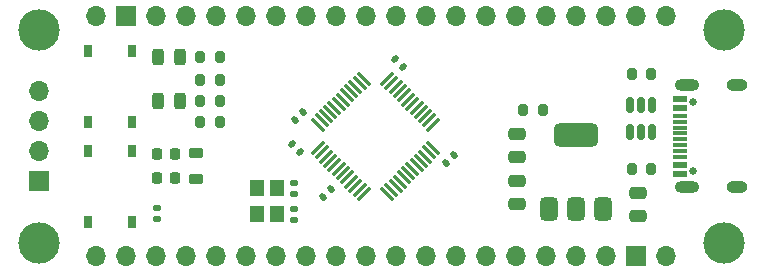
<source format=gbr>
%TF.GenerationSoftware,KiCad,Pcbnew,8.0.3*%
%TF.CreationDate,2024-06-30T21:57:39+02:00*%
%TF.ProjectId,black_pill,626c6163-6b5f-4706-996c-6c2e6b696361,rev?*%
%TF.SameCoordinates,Original*%
%TF.FileFunction,Soldermask,Top*%
%TF.FilePolarity,Negative*%
%FSLAX46Y46*%
G04 Gerber Fmt 4.6, Leading zero omitted, Abs format (unit mm)*
G04 Created by KiCad (PCBNEW 8.0.3) date 2024-06-30 21:57:39*
%MOMM*%
%LPD*%
G01*
G04 APERTURE LIST*
G04 Aperture macros list*
%AMRoundRect*
0 Rectangle with rounded corners*
0 $1 Rounding radius*
0 $2 $3 $4 $5 $6 $7 $8 $9 X,Y pos of 4 corners*
0 Add a 4 corners polygon primitive as box body*
4,1,4,$2,$3,$4,$5,$6,$7,$8,$9,$2,$3,0*
0 Add four circle primitives for the rounded corners*
1,1,$1+$1,$2,$3*
1,1,$1+$1,$4,$5*
1,1,$1+$1,$6,$7*
1,1,$1+$1,$8,$9*
0 Add four rect primitives between the rounded corners*
20,1,$1+$1,$2,$3,$4,$5,0*
20,1,$1+$1,$4,$5,$6,$7,0*
20,1,$1+$1,$6,$7,$8,$9,0*
20,1,$1+$1,$8,$9,$2,$3,0*%
G04 Aperture macros list end*
%ADD10RoundRect,0.140000X-0.219203X-0.021213X-0.021213X-0.219203X0.219203X0.021213X0.021213X0.219203X0*%
%ADD11RoundRect,0.075000X-0.415425X-0.521491X0.521491X0.415425X0.415425X0.521491X-0.521491X-0.415425X0*%
%ADD12RoundRect,0.075000X0.415425X-0.521491X0.521491X-0.415425X-0.415425X0.521491X-0.521491X0.415425X0*%
%ADD13RoundRect,0.140000X0.021213X-0.219203X0.219203X-0.021213X-0.021213X0.219203X-0.219203X0.021213X0*%
%ADD14C,0.650000*%
%ADD15R,1.240000X0.600000*%
%ADD16R,1.240000X0.300000*%
%ADD17O,2.100000X1.000000*%
%ADD18O,1.800000X1.000000*%
%ADD19C,3.500000*%
%ADD20RoundRect,0.200000X0.200000X0.275000X-0.200000X0.275000X-0.200000X-0.275000X0.200000X-0.275000X0*%
%ADD21R,0.750000X1.000000*%
%ADD22RoundRect,0.140000X0.219203X0.021213X0.021213X0.219203X-0.219203X-0.021213X-0.021213X-0.219203X0*%
%ADD23RoundRect,0.140000X-0.021213X0.219203X-0.219203X0.021213X0.021213X-0.219203X0.219203X-0.021213X0*%
%ADD24R,1.200000X1.400000*%
%ADD25RoundRect,0.140000X0.170000X-0.140000X0.170000X0.140000X-0.170000X0.140000X-0.170000X-0.140000X0*%
%ADD26RoundRect,0.225000X0.225000X0.250000X-0.225000X0.250000X-0.225000X-0.250000X0.225000X-0.250000X0*%
%ADD27RoundRect,0.140000X-0.170000X0.140000X-0.170000X-0.140000X0.170000X-0.140000X0.170000X0.140000X0*%
%ADD28RoundRect,0.243750X0.243750X0.456250X-0.243750X0.456250X-0.243750X-0.456250X0.243750X-0.456250X0*%
%ADD29RoundRect,0.250000X-0.475000X0.250000X-0.475000X-0.250000X0.475000X-0.250000X0.475000X0.250000X0*%
%ADD30RoundRect,0.218750X-0.381250X0.218750X-0.381250X-0.218750X0.381250X-0.218750X0.381250X0.218750X0*%
%ADD31O,1.700000X1.700000*%
%ADD32R,1.700000X1.700000*%
%ADD33RoundRect,0.200000X-0.200000X-0.275000X0.200000X-0.275000X0.200000X0.275000X-0.200000X0.275000X0*%
%ADD34RoundRect,0.375000X0.375000X-0.625000X0.375000X0.625000X-0.375000X0.625000X-0.375000X-0.625000X0*%
%ADD35RoundRect,0.500000X1.400000X-0.500000X1.400000X0.500000X-1.400000X0.500000X-1.400000X-0.500000X0*%
%ADD36RoundRect,0.150000X0.150000X-0.512500X0.150000X0.512500X-0.150000X0.512500X-0.150000X-0.512500X0*%
%ADD37RoundRect,0.250000X0.475000X-0.250000X0.475000X0.250000X-0.475000X0.250000X-0.475000X-0.250000X0*%
G04 APERTURE END LIST*
D10*
%TO.C,C4*%
X144160589Y-96410589D03*
X144839411Y-97089411D03*
%TD*%
D11*
%TO.C,U1*%
X137612124Y-103998788D03*
X137965678Y-104352342D03*
X138319231Y-104705895D03*
X138672785Y-105059449D03*
X139026338Y-105413002D03*
X139379891Y-105766555D03*
X139733445Y-106120109D03*
X140086998Y-106473662D03*
X140440551Y-106827215D03*
X140794105Y-107180769D03*
X141147658Y-107534322D03*
X141501212Y-107887876D03*
D12*
X143498788Y-107887876D03*
X143852342Y-107534322D03*
X144205895Y-107180769D03*
X144559449Y-106827215D03*
X144913002Y-106473662D03*
X145266555Y-106120109D03*
X145620109Y-105766555D03*
X145973662Y-105413002D03*
X146327215Y-105059449D03*
X146680769Y-104705895D03*
X147034322Y-104352342D03*
X147387876Y-103998788D03*
D11*
X147387876Y-102001212D03*
X147034322Y-101647658D03*
X146680769Y-101294105D03*
X146327215Y-100940551D03*
X145973662Y-100586998D03*
X145620109Y-100233445D03*
X145266555Y-99879891D03*
X144913002Y-99526338D03*
X144559449Y-99172785D03*
X144205895Y-98819231D03*
X143852342Y-98465678D03*
X143498788Y-98112124D03*
D12*
X141501212Y-98112124D03*
X141147658Y-98465678D03*
X140794105Y-98819231D03*
X140440551Y-99172785D03*
X140086998Y-99526338D03*
X139733445Y-99879891D03*
X139379891Y-100233445D03*
X139026338Y-100586998D03*
X138672785Y-100940551D03*
X138319231Y-101294105D03*
X137965678Y-101647658D03*
X137612124Y-102001212D03*
%TD*%
D13*
%TO.C,C5*%
X138060589Y-108139411D03*
X138739411Y-107460589D03*
%TD*%
D14*
%TO.C,J1*%
X169395000Y-105890000D03*
X169395000Y-100110000D03*
D15*
X168275000Y-106200000D03*
X168275000Y-105400000D03*
D16*
X168275000Y-104250000D03*
X168275000Y-103250000D03*
X168275000Y-102750000D03*
X168275000Y-101750000D03*
D15*
X168275000Y-100600000D03*
X168275000Y-99800000D03*
X168275000Y-99800000D03*
X168275000Y-100600000D03*
D16*
X168275000Y-101250000D03*
X168275000Y-102250000D03*
X168275000Y-103750000D03*
X168275000Y-104750000D03*
D15*
X168275000Y-105400000D03*
X168275000Y-106200000D03*
D17*
X168875000Y-107320000D03*
D18*
X173075000Y-107320000D03*
D17*
X168875000Y-98680000D03*
D18*
X173075000Y-98680000D03*
%TD*%
D19*
%TO.C,H1*%
X114000000Y-94000000D03*
%TD*%
D20*
%TO.C,R3*%
X129325000Y-96250000D03*
X127675000Y-96250000D03*
%TD*%
D19*
%TO.C,H4*%
X172000000Y-94000000D03*
%TD*%
D21*
%TO.C,SW1*%
X118125000Y-110250000D03*
X118125000Y-104250000D03*
X121875000Y-110250000D03*
X121875000Y-104250000D03*
%TD*%
D19*
%TO.C,H2*%
X114000000Y-112000000D03*
%TD*%
D22*
%TO.C,C2*%
X136089411Y-104339411D03*
X135410589Y-103660589D03*
%TD*%
D21*
%TO.C,SW2*%
X121875000Y-95750000D03*
X121875000Y-101750000D03*
X118125000Y-95750000D03*
X118125000Y-101750000D03*
%TD*%
D23*
%TO.C,C3*%
X149178822Y-104571178D03*
X148500000Y-105250000D03*
%TD*%
D24*
%TO.C,Y1*%
X132435000Y-107400000D03*
X132435000Y-109600000D03*
X134135000Y-109600000D03*
X134135000Y-107400000D03*
%TD*%
D25*
%TO.C,C9*%
X135585000Y-107880000D03*
X135585000Y-106920000D03*
%TD*%
D26*
%TO.C,C7*%
X125525000Y-104500000D03*
X123975000Y-104500000D03*
%TD*%
D27*
%TO.C,C10*%
X135585000Y-109120000D03*
X135585000Y-110080000D03*
%TD*%
D25*
%TO.C,C11*%
X124000000Y-109980000D03*
X124000000Y-109020000D03*
%TD*%
D26*
%TO.C,C8*%
X125550000Y-106500000D03*
X124000000Y-106500000D03*
%TD*%
D28*
%TO.C,D1*%
X125937500Y-96250000D03*
X124062500Y-96250000D03*
%TD*%
D29*
%TO.C,C12*%
X164750000Y-107800000D03*
X164750000Y-109700000D03*
%TD*%
D20*
%TO.C,R2*%
X165825000Y-105750000D03*
X164175000Y-105750000D03*
%TD*%
D30*
%TO.C,FB1*%
X127275000Y-104437500D03*
X127275000Y-106562500D03*
%TD*%
D20*
%TO.C,R1*%
X165825000Y-97750000D03*
X164175000Y-97750000D03*
%TD*%
D31*
%TO.C,J2*%
X118875000Y-92840000D03*
D32*
X121415000Y-92840000D03*
D31*
X123955000Y-92840000D03*
X126495000Y-92840000D03*
X129035000Y-92840000D03*
X131575000Y-92840000D03*
X134115000Y-92840000D03*
X136655000Y-92840000D03*
X139195000Y-92840000D03*
X141735000Y-92840000D03*
X144275000Y-92840000D03*
X146815000Y-92840000D03*
X149355000Y-92840000D03*
X151895000Y-92840000D03*
X154435000Y-92840000D03*
X156975000Y-92840000D03*
X159515000Y-92840000D03*
X162055000Y-92840000D03*
X164595000Y-92840000D03*
X167135000Y-92840000D03*
%TD*%
D33*
%TO.C,R4*%
X127675000Y-98250000D03*
X129325000Y-98250000D03*
%TD*%
D23*
%TO.C,C1*%
X136339411Y-100910589D03*
X135660589Y-101589411D03*
%TD*%
D20*
%TO.C,R5*%
X129331250Y-100000000D03*
X127681250Y-100000000D03*
%TD*%
%TO.C,R7*%
X156650000Y-100750000D03*
X155000000Y-100750000D03*
%TD*%
D31*
%TO.C,J3*%
X167135000Y-113160000D03*
D32*
X164595000Y-113160000D03*
D31*
X162055000Y-113160000D03*
X159515000Y-113160000D03*
X156975000Y-113160000D03*
X154435000Y-113160000D03*
X151895000Y-113160000D03*
X149355000Y-113160000D03*
X146815000Y-113160000D03*
X144275000Y-113160000D03*
X141735000Y-113160000D03*
X139195000Y-113160000D03*
X136655000Y-113160000D03*
X134115000Y-113160000D03*
X131575000Y-113160000D03*
X129035000Y-113160000D03*
X126495000Y-113160000D03*
X123955000Y-113160000D03*
X121415000Y-113160000D03*
X118875000Y-113160000D03*
%TD*%
D19*
%TO.C,H3*%
X172000000Y-112000000D03*
%TD*%
D34*
%TO.C,U2*%
X157200000Y-109150000D03*
X159500000Y-109150000D03*
D35*
X159500000Y-102850000D03*
D34*
X161800000Y-109150000D03*
%TD*%
D33*
%TO.C,R6*%
X127675000Y-101750000D03*
X129325000Y-101750000D03*
%TD*%
D36*
%TO.C,U3*%
X164050000Y-102637500D03*
X165000000Y-102637500D03*
X165950000Y-102637500D03*
X165950000Y-100362500D03*
X165000000Y-100362500D03*
X164050000Y-100362500D03*
%TD*%
D37*
%TO.C,C6*%
X154500000Y-104700000D03*
X154500000Y-102800000D03*
%TD*%
D28*
%TO.C,D2*%
X125943750Y-100000000D03*
X124068750Y-100000000D03*
%TD*%
D32*
%TO.C,J4*%
X114000000Y-106810000D03*
D31*
X114000000Y-104270000D03*
X114000000Y-101730000D03*
X114000000Y-99190000D03*
%TD*%
D29*
%TO.C,C13*%
X154500000Y-106800000D03*
X154500000Y-108700000D03*
%TD*%
M02*

</source>
